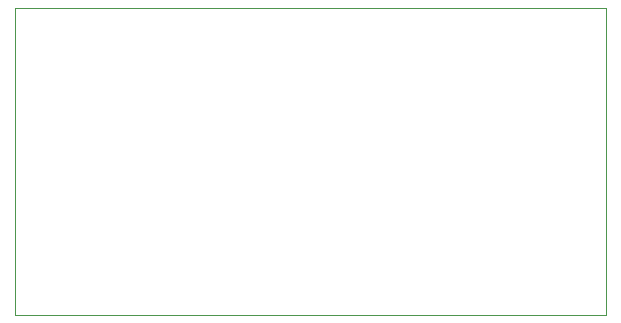
<source format=gm1>
G04 #@! TF.GenerationSoftware,KiCad,Pcbnew,5.1.9+dfsg1-1*
G04 #@! TF.CreationDate,2023-01-27T15:42:53+09:00*
G04 #@! TF.ProjectId,bottom,626f7474-6f6d-42e6-9b69-6361645f7063,rev?*
G04 #@! TF.SameCoordinates,Original*
G04 #@! TF.FileFunction,Profile,NP*
%FSLAX46Y46*%
G04 Gerber Fmt 4.6, Leading zero omitted, Abs format (unit mm)*
G04 Created by KiCad (PCBNEW 5.1.9+dfsg1-1) date 2023-01-27 15:42:53*
%MOMM*%
%LPD*%
G01*
G04 APERTURE LIST*
G04 #@! TA.AperFunction,Profile*
%ADD10C,0.050000*%
G04 #@! TD*
G04 APERTURE END LIST*
D10*
X118000000Y-116000000D02*
X118000000Y-90000000D01*
X168000000Y-116000000D02*
X118000000Y-116000000D01*
X168000000Y-90000000D02*
X168000000Y-116000000D01*
X118000000Y-90000000D02*
X168000000Y-90000000D01*
M02*

</source>
